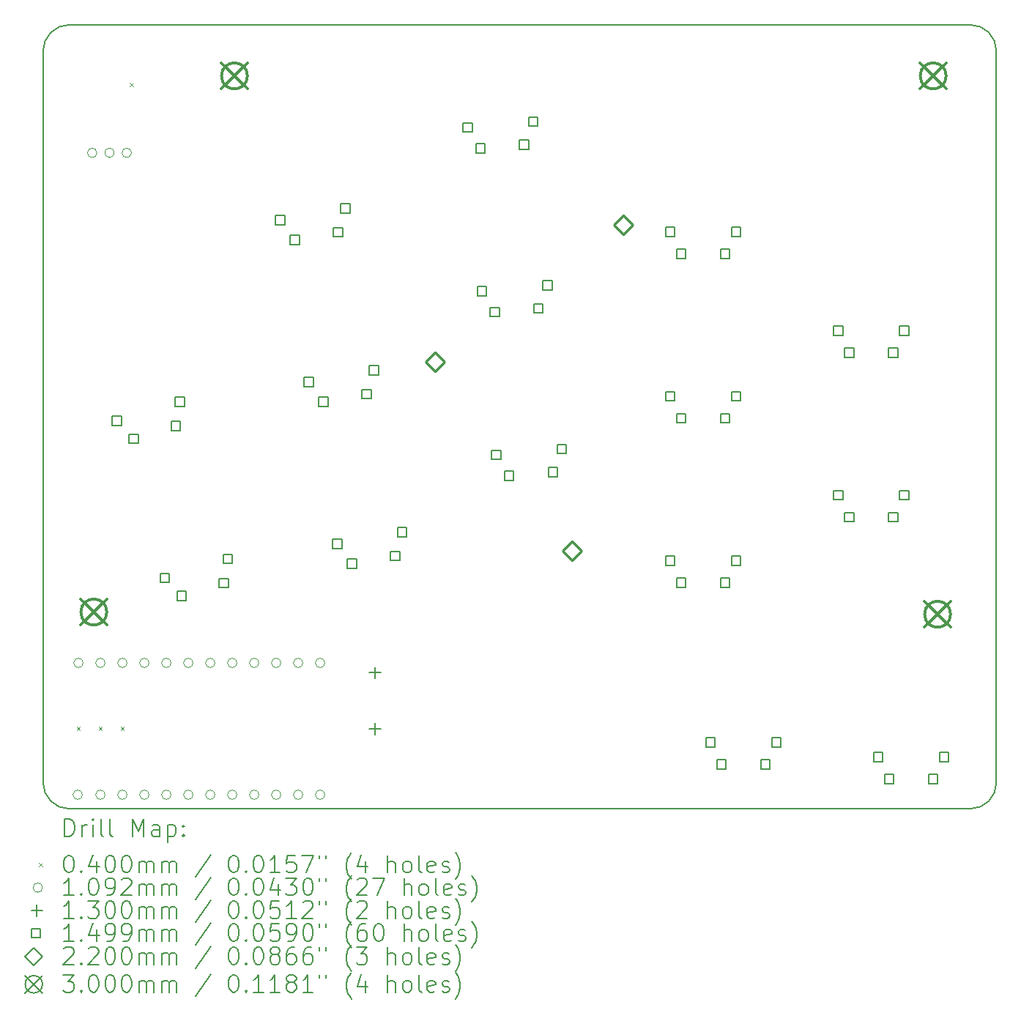
<source format=gbr>
%FSLAX45Y45*%
G04 Gerber Fmt 4.5, Leading zero omitted, Abs format (unit mm)*
G04 Created by KiCad (PCBNEW (6.0.4)) date 2022-09-04 01:56:34*
%MOMM*%
%LPD*%
G01*
G04 APERTURE LIST*
%TA.AperFunction,Profile*%
%ADD10C,0.150000*%
%TD*%
%ADD11C,0.200000*%
%ADD12C,0.040000*%
%ADD13C,0.109220*%
%ADD14C,0.130000*%
%ADD15C,0.149860*%
%ADD16C,0.220000*%
%ADD17C,0.300000*%
G04 APERTURE END LIST*
D10*
X19780321Y-14719637D02*
X30199060Y-14719637D01*
X19480323Y-14419637D02*
G75*
G03*
X19780321Y-14719637I299997J-3D01*
G01*
X19780321Y-5658142D02*
X30199060Y-5658142D01*
X30199060Y-14719630D02*
G75*
G03*
X30499060Y-14419637I10J299990D01*
G01*
X19480321Y-14419637D02*
X19480321Y-5958142D01*
X30499060Y-14419637D02*
X30499060Y-5958142D01*
X30499058Y-5958142D02*
G75*
G03*
X30199060Y-5658142I-299998J2D01*
G01*
X19780321Y-5658141D02*
G75*
G03*
X19480321Y-5958142I-1J-299999D01*
G01*
D11*
D12*
X19868200Y-13772200D02*
X19908200Y-13812200D01*
X19908200Y-13772200D02*
X19868200Y-13812200D01*
X20122200Y-13772200D02*
X20162200Y-13812200D01*
X20162200Y-13772200D02*
X20122200Y-13812200D01*
X20376200Y-13772200D02*
X20416200Y-13812200D01*
X20416200Y-13772200D02*
X20376200Y-13812200D01*
X20480264Y-6329371D02*
X20520264Y-6369371D01*
X20520264Y-6329371D02*
X20480264Y-6369371D01*
D13*
X19934435Y-14557400D02*
G75*
G03*
X19934435Y-14557400I-54610J0D01*
G01*
X19942810Y-13033400D02*
G75*
G03*
X19942810Y-13033400I-54610J0D01*
G01*
X20101610Y-7137400D02*
G75*
G03*
X20101610Y-7137400I-54610J0D01*
G01*
X20196810Y-13033400D02*
G75*
G03*
X20196810Y-13033400I-54610J0D01*
G01*
X20196810Y-14557400D02*
G75*
G03*
X20196810Y-14557400I-54610J0D01*
G01*
X20301610Y-7137400D02*
G75*
G03*
X20301610Y-7137400I-54610J0D01*
G01*
X20450810Y-13033400D02*
G75*
G03*
X20450810Y-13033400I-54610J0D01*
G01*
X20450810Y-14557400D02*
G75*
G03*
X20450810Y-14557400I-54610J0D01*
G01*
X20501610Y-7137400D02*
G75*
G03*
X20501610Y-7137400I-54610J0D01*
G01*
X20704810Y-13033400D02*
G75*
G03*
X20704810Y-13033400I-54610J0D01*
G01*
X20704810Y-14557400D02*
G75*
G03*
X20704810Y-14557400I-54610J0D01*
G01*
X20958810Y-13033400D02*
G75*
G03*
X20958810Y-13033400I-54610J0D01*
G01*
X20958810Y-14557400D02*
G75*
G03*
X20958810Y-14557400I-54610J0D01*
G01*
X21212810Y-13033400D02*
G75*
G03*
X21212810Y-13033400I-54610J0D01*
G01*
X21212810Y-14557400D02*
G75*
G03*
X21212810Y-14557400I-54610J0D01*
G01*
X21466810Y-13033400D02*
G75*
G03*
X21466810Y-13033400I-54610J0D01*
G01*
X21466810Y-14557400D02*
G75*
G03*
X21466810Y-14557400I-54610J0D01*
G01*
X21720810Y-13033400D02*
G75*
G03*
X21720810Y-13033400I-54610J0D01*
G01*
X21720810Y-14557400D02*
G75*
G03*
X21720810Y-14557400I-54610J0D01*
G01*
X21974810Y-13033400D02*
G75*
G03*
X21974810Y-13033400I-54610J0D01*
G01*
X21974810Y-14557400D02*
G75*
G03*
X21974810Y-14557400I-54610J0D01*
G01*
X22228810Y-13033400D02*
G75*
G03*
X22228810Y-13033400I-54610J0D01*
G01*
X22228810Y-14557400D02*
G75*
G03*
X22228810Y-14557400I-54610J0D01*
G01*
X22482810Y-13033400D02*
G75*
G03*
X22482810Y-13033400I-54610J0D01*
G01*
X22482810Y-14557400D02*
G75*
G03*
X22482810Y-14557400I-54610J0D01*
G01*
X22736810Y-13033400D02*
G75*
G03*
X22736810Y-13033400I-54610J0D01*
G01*
X22736810Y-14557400D02*
G75*
G03*
X22736810Y-14557400I-54610J0D01*
G01*
D14*
X23317200Y-13080400D02*
X23317200Y-13210400D01*
X23252200Y-13145400D02*
X23382200Y-13145400D01*
X23317200Y-13730400D02*
X23317200Y-13860400D01*
X23252200Y-13795400D02*
X23382200Y-13795400D01*
D15*
X20384007Y-10289184D02*
X20384007Y-10183216D01*
X20278039Y-10183216D01*
X20278039Y-10289184D01*
X20384007Y-10289184D01*
X20579720Y-10494954D02*
X20579720Y-10388986D01*
X20473752Y-10388986D01*
X20473752Y-10494954D01*
X20579720Y-10494954D01*
X20939513Y-12106163D02*
X20939513Y-12000195D01*
X20833545Y-12000195D01*
X20833545Y-12106163D01*
X20939513Y-12106163D01*
X21065523Y-10346429D02*
X21065523Y-10240461D01*
X20959555Y-10240461D01*
X20959555Y-10346429D01*
X21065523Y-10346429D01*
X21112711Y-10066397D02*
X21112711Y-9960429D01*
X21006743Y-9960429D01*
X21006743Y-10066397D01*
X21112711Y-10066397D01*
X21135226Y-12311933D02*
X21135226Y-12205965D01*
X21029258Y-12205965D01*
X21029258Y-12311933D01*
X21135226Y-12311933D01*
X21621029Y-12163408D02*
X21621029Y-12057440D01*
X21515061Y-12057440D01*
X21515061Y-12163408D01*
X21621029Y-12163408D01*
X21668217Y-11883376D02*
X21668217Y-11777408D01*
X21562249Y-11777408D01*
X21562249Y-11883376D01*
X21668217Y-11883376D01*
X22274590Y-7967000D02*
X22274590Y-7861032D01*
X22168622Y-7861032D01*
X22168622Y-7967000D01*
X22274590Y-7967000D01*
X22443767Y-8195088D02*
X22443767Y-8089120D01*
X22337799Y-8089120D01*
X22337799Y-8195088D01*
X22443767Y-8195088D01*
X22604521Y-9838135D02*
X22604521Y-9732167D01*
X22498553Y-9732167D01*
X22498553Y-9838135D01*
X22604521Y-9838135D01*
X22773698Y-10066223D02*
X22773698Y-9960255D01*
X22667730Y-9960255D01*
X22667730Y-10066223D01*
X22773698Y-10066223D01*
X22934453Y-11709269D02*
X22934453Y-11603301D01*
X22828485Y-11603301D01*
X22828485Y-11709269D01*
X22934453Y-11709269D01*
X22944049Y-8106875D02*
X22944049Y-8000907D01*
X22838081Y-8000907D01*
X22838081Y-8106875D01*
X22944049Y-8106875D01*
X23025013Y-7834680D02*
X23025013Y-7728712D01*
X22919045Y-7728712D01*
X22919045Y-7834680D01*
X23025013Y-7834680D01*
X23103630Y-11937357D02*
X23103630Y-11831389D01*
X22997662Y-11831389D01*
X22997662Y-11937357D01*
X23103630Y-11937357D01*
X23273980Y-9978009D02*
X23273980Y-9872041D01*
X23168012Y-9872041D01*
X23168012Y-9978009D01*
X23273980Y-9978009D01*
X23354944Y-9705815D02*
X23354944Y-9599847D01*
X23248976Y-9599847D01*
X23248976Y-9705815D01*
X23354944Y-9705815D01*
X23603912Y-11849144D02*
X23603912Y-11743176D01*
X23497944Y-11743176D01*
X23497944Y-11849144D01*
X23603912Y-11849144D01*
X23684876Y-11576950D02*
X23684876Y-11470982D01*
X23578908Y-11470982D01*
X23578908Y-11576950D01*
X23684876Y-11576950D01*
X24439058Y-6897026D02*
X24439058Y-6791058D01*
X24333090Y-6791058D01*
X24333090Y-6897026D01*
X24439058Y-6897026D01*
X24587712Y-7138990D02*
X24587712Y-7033022D01*
X24481744Y-7033022D01*
X24481744Y-7138990D01*
X24587712Y-7138990D01*
X24604654Y-8789796D02*
X24604654Y-8683828D01*
X24498686Y-8683828D01*
X24498686Y-8789796D01*
X24604654Y-8789796D01*
X24753308Y-9031760D02*
X24753308Y-8925792D01*
X24647340Y-8925792D01*
X24647340Y-9031760D01*
X24753308Y-9031760D01*
X24770250Y-10682565D02*
X24770250Y-10576597D01*
X24664282Y-10576597D01*
X24664282Y-10682565D01*
X24770250Y-10682565D01*
X24918904Y-10924530D02*
X24918904Y-10818562D01*
X24812936Y-10818562D01*
X24812936Y-10924530D01*
X24918904Y-10924530D01*
X25093779Y-7094715D02*
X25093779Y-6988747D01*
X24987811Y-6988747D01*
X24987811Y-7094715D01*
X25093779Y-7094715D01*
X25198158Y-6830613D02*
X25198158Y-6724645D01*
X25092190Y-6724645D01*
X25092190Y-6830613D01*
X25198158Y-6830613D01*
X25259375Y-8987485D02*
X25259375Y-8881517D01*
X25153407Y-8881517D01*
X25153407Y-8987485D01*
X25259375Y-8987485D01*
X25363754Y-8723383D02*
X25363754Y-8617415D01*
X25257786Y-8617415D01*
X25257786Y-8723383D01*
X25363754Y-8723383D01*
X25424971Y-10880255D02*
X25424971Y-10774287D01*
X25319003Y-10774287D01*
X25319003Y-10880255D01*
X25424971Y-10880255D01*
X25529350Y-10616153D02*
X25529350Y-10510185D01*
X25423382Y-10510185D01*
X25423382Y-10616153D01*
X25529350Y-10616153D01*
X26783544Y-8105621D02*
X26783544Y-7999653D01*
X26677576Y-7999653D01*
X26677576Y-8105621D01*
X26783544Y-8105621D01*
X26783544Y-10005621D02*
X26783544Y-9899653D01*
X26677576Y-9899653D01*
X26677576Y-10005621D01*
X26783544Y-10005621D01*
X26783544Y-11905621D02*
X26783544Y-11799653D01*
X26677576Y-11799653D01*
X26677576Y-11905621D01*
X26783544Y-11905621D01*
X26910544Y-8359621D02*
X26910544Y-8253653D01*
X26804576Y-8253653D01*
X26804576Y-8359621D01*
X26910544Y-8359621D01*
X26910544Y-10259621D02*
X26910544Y-10153653D01*
X26804576Y-10153653D01*
X26804576Y-10259621D01*
X26910544Y-10259621D01*
X26910544Y-12159621D02*
X26910544Y-12053653D01*
X26804576Y-12053653D01*
X26804576Y-12159621D01*
X26910544Y-12159621D01*
X27246044Y-14005621D02*
X27246044Y-13899653D01*
X27140076Y-13899653D01*
X27140076Y-14005621D01*
X27246044Y-14005621D01*
X27373044Y-14259621D02*
X27373044Y-14153653D01*
X27267076Y-14153653D01*
X27267076Y-14259621D01*
X27373044Y-14259621D01*
X27418544Y-8359621D02*
X27418544Y-8253653D01*
X27312576Y-8253653D01*
X27312576Y-8359621D01*
X27418544Y-8359621D01*
X27418544Y-10259621D02*
X27418544Y-10153653D01*
X27312576Y-10153653D01*
X27312576Y-10259621D01*
X27418544Y-10259621D01*
X27418544Y-12159621D02*
X27418544Y-12053653D01*
X27312576Y-12053653D01*
X27312576Y-12159621D01*
X27418544Y-12159621D01*
X27545544Y-8105621D02*
X27545544Y-7999653D01*
X27439576Y-7999653D01*
X27439576Y-8105621D01*
X27545544Y-8105621D01*
X27545544Y-10005621D02*
X27545544Y-9899653D01*
X27439576Y-9899653D01*
X27439576Y-10005621D01*
X27545544Y-10005621D01*
X27545544Y-11905621D02*
X27545544Y-11799653D01*
X27439576Y-11799653D01*
X27439576Y-11905621D01*
X27545544Y-11905621D01*
X27881044Y-14259621D02*
X27881044Y-14153653D01*
X27775076Y-14153653D01*
X27775076Y-14259621D01*
X27881044Y-14259621D01*
X28008044Y-14005621D02*
X28008044Y-13899653D01*
X27902076Y-13899653D01*
X27902076Y-14005621D01*
X28008044Y-14005621D01*
X28723544Y-9245621D02*
X28723544Y-9139653D01*
X28617576Y-9139653D01*
X28617576Y-9245621D01*
X28723544Y-9245621D01*
X28723544Y-11145621D02*
X28723544Y-11039653D01*
X28617576Y-11039653D01*
X28617576Y-11145621D01*
X28723544Y-11145621D01*
X28850544Y-9499621D02*
X28850544Y-9393653D01*
X28744576Y-9393653D01*
X28744576Y-9499621D01*
X28850544Y-9499621D01*
X28850544Y-11399621D02*
X28850544Y-11293653D01*
X28744576Y-11293653D01*
X28744576Y-11399621D01*
X28850544Y-11399621D01*
X29186044Y-14176621D02*
X29186044Y-14070653D01*
X29080076Y-14070653D01*
X29080076Y-14176621D01*
X29186044Y-14176621D01*
X29313044Y-14430621D02*
X29313044Y-14324653D01*
X29207076Y-14324653D01*
X29207076Y-14430621D01*
X29313044Y-14430621D01*
X29358544Y-9499621D02*
X29358544Y-9393653D01*
X29252576Y-9393653D01*
X29252576Y-9499621D01*
X29358544Y-9499621D01*
X29358544Y-11399621D02*
X29358544Y-11293653D01*
X29252576Y-11293653D01*
X29252576Y-11399621D01*
X29358544Y-11399621D01*
X29485544Y-9245621D02*
X29485544Y-9139653D01*
X29379576Y-9139653D01*
X29379576Y-9245621D01*
X29485544Y-9245621D01*
X29485544Y-11145621D02*
X29485544Y-11039653D01*
X29379576Y-11039653D01*
X29379576Y-11145621D01*
X29485544Y-11145621D01*
X29821044Y-14430621D02*
X29821044Y-14324653D01*
X29715076Y-14324653D01*
X29715076Y-14430621D01*
X29821044Y-14430621D01*
X29948044Y-14176621D02*
X29948044Y-14070653D01*
X29842076Y-14070653D01*
X29842076Y-14176621D01*
X29948044Y-14176621D01*
D16*
X24007846Y-9665246D02*
X24117846Y-9555246D01*
X24007846Y-9445246D01*
X23897846Y-9555246D01*
X24007846Y-9665246D01*
X25591385Y-11844800D02*
X25701385Y-11734800D01*
X25591385Y-11624800D01*
X25481385Y-11734800D01*
X25591385Y-11844800D01*
X26187400Y-8081707D02*
X26297400Y-7971707D01*
X26187400Y-7861707D01*
X26077400Y-7971707D01*
X26187400Y-8081707D01*
D17*
X19916000Y-12296000D02*
X20216000Y-12596000D01*
X20216000Y-12296000D02*
X19916000Y-12596000D01*
X20216000Y-12446000D02*
G75*
G03*
X20216000Y-12446000I-150000J0D01*
G01*
X21541600Y-6098400D02*
X21841600Y-6398400D01*
X21841600Y-6098400D02*
X21541600Y-6398400D01*
X21841600Y-6248400D02*
G75*
G03*
X21841600Y-6248400I-150000J0D01*
G01*
X29618800Y-6098400D02*
X29918800Y-6398400D01*
X29918800Y-6098400D02*
X29618800Y-6398400D01*
X29918800Y-6248400D02*
G75*
G03*
X29918800Y-6248400I-150000J0D01*
G01*
X29669600Y-12321400D02*
X29969600Y-12621400D01*
X29969600Y-12321400D02*
X29669600Y-12621400D01*
X29969600Y-12471400D02*
G75*
G03*
X29969600Y-12471400I-150000J0D01*
G01*
D11*
X19730440Y-15037613D02*
X19730440Y-14837613D01*
X19778059Y-14837613D01*
X19806630Y-14847137D01*
X19825678Y-14866184D01*
X19835202Y-14885232D01*
X19844726Y-14923327D01*
X19844726Y-14951899D01*
X19835202Y-14989994D01*
X19825678Y-15009041D01*
X19806630Y-15028089D01*
X19778059Y-15037613D01*
X19730440Y-15037613D01*
X19930440Y-15037613D02*
X19930440Y-14904279D01*
X19930440Y-14942375D02*
X19939964Y-14923327D01*
X19949488Y-14913803D01*
X19968535Y-14904279D01*
X19987583Y-14904279D01*
X20054249Y-15037613D02*
X20054249Y-14904279D01*
X20054249Y-14837613D02*
X20044726Y-14847137D01*
X20054249Y-14856660D01*
X20063773Y-14847137D01*
X20054249Y-14837613D01*
X20054249Y-14856660D01*
X20178059Y-15037613D02*
X20159011Y-15028089D01*
X20149488Y-15009041D01*
X20149488Y-14837613D01*
X20282821Y-15037613D02*
X20263773Y-15028089D01*
X20254249Y-15009041D01*
X20254249Y-14837613D01*
X20511392Y-15037613D02*
X20511392Y-14837613D01*
X20578059Y-14980470D01*
X20644726Y-14837613D01*
X20644726Y-15037613D01*
X20825678Y-15037613D02*
X20825678Y-14932851D01*
X20816154Y-14913803D01*
X20797107Y-14904279D01*
X20759011Y-14904279D01*
X20739964Y-14913803D01*
X20825678Y-15028089D02*
X20806630Y-15037613D01*
X20759011Y-15037613D01*
X20739964Y-15028089D01*
X20730440Y-15009041D01*
X20730440Y-14989994D01*
X20739964Y-14970946D01*
X20759011Y-14961422D01*
X20806630Y-14961422D01*
X20825678Y-14951899D01*
X20920916Y-14904279D02*
X20920916Y-15104279D01*
X20920916Y-14913803D02*
X20939964Y-14904279D01*
X20978059Y-14904279D01*
X20997107Y-14913803D01*
X21006630Y-14923327D01*
X21016154Y-14942375D01*
X21016154Y-14999518D01*
X21006630Y-15018565D01*
X20997107Y-15028089D01*
X20978059Y-15037613D01*
X20939964Y-15037613D01*
X20920916Y-15028089D01*
X21101869Y-15018565D02*
X21111392Y-15028089D01*
X21101869Y-15037613D01*
X21092345Y-15028089D01*
X21101869Y-15018565D01*
X21101869Y-15037613D01*
X21101869Y-14913803D02*
X21111392Y-14923327D01*
X21101869Y-14932851D01*
X21092345Y-14923327D01*
X21101869Y-14913803D01*
X21101869Y-14932851D01*
D12*
X19432821Y-15347137D02*
X19472821Y-15387137D01*
X19472821Y-15347137D02*
X19432821Y-15387137D01*
D11*
X19768535Y-15257613D02*
X19787583Y-15257613D01*
X19806630Y-15267137D01*
X19816154Y-15276660D01*
X19825678Y-15295708D01*
X19835202Y-15333803D01*
X19835202Y-15381422D01*
X19825678Y-15419518D01*
X19816154Y-15438565D01*
X19806630Y-15448089D01*
X19787583Y-15457613D01*
X19768535Y-15457613D01*
X19749488Y-15448089D01*
X19739964Y-15438565D01*
X19730440Y-15419518D01*
X19720916Y-15381422D01*
X19720916Y-15333803D01*
X19730440Y-15295708D01*
X19739964Y-15276660D01*
X19749488Y-15267137D01*
X19768535Y-15257613D01*
X19920916Y-15438565D02*
X19930440Y-15448089D01*
X19920916Y-15457613D01*
X19911392Y-15448089D01*
X19920916Y-15438565D01*
X19920916Y-15457613D01*
X20101869Y-15324279D02*
X20101869Y-15457613D01*
X20054249Y-15248089D02*
X20006630Y-15390946D01*
X20130440Y-15390946D01*
X20244726Y-15257613D02*
X20263773Y-15257613D01*
X20282821Y-15267137D01*
X20292345Y-15276660D01*
X20301869Y-15295708D01*
X20311392Y-15333803D01*
X20311392Y-15381422D01*
X20301869Y-15419518D01*
X20292345Y-15438565D01*
X20282821Y-15448089D01*
X20263773Y-15457613D01*
X20244726Y-15457613D01*
X20225678Y-15448089D01*
X20216154Y-15438565D01*
X20206630Y-15419518D01*
X20197107Y-15381422D01*
X20197107Y-15333803D01*
X20206630Y-15295708D01*
X20216154Y-15276660D01*
X20225678Y-15267137D01*
X20244726Y-15257613D01*
X20435202Y-15257613D02*
X20454249Y-15257613D01*
X20473297Y-15267137D01*
X20482821Y-15276660D01*
X20492345Y-15295708D01*
X20501869Y-15333803D01*
X20501869Y-15381422D01*
X20492345Y-15419518D01*
X20482821Y-15438565D01*
X20473297Y-15448089D01*
X20454249Y-15457613D01*
X20435202Y-15457613D01*
X20416154Y-15448089D01*
X20406630Y-15438565D01*
X20397107Y-15419518D01*
X20387583Y-15381422D01*
X20387583Y-15333803D01*
X20397107Y-15295708D01*
X20406630Y-15276660D01*
X20416154Y-15267137D01*
X20435202Y-15257613D01*
X20587583Y-15457613D02*
X20587583Y-15324279D01*
X20587583Y-15343327D02*
X20597107Y-15333803D01*
X20616154Y-15324279D01*
X20644726Y-15324279D01*
X20663773Y-15333803D01*
X20673297Y-15352851D01*
X20673297Y-15457613D01*
X20673297Y-15352851D02*
X20682821Y-15333803D01*
X20701869Y-15324279D01*
X20730440Y-15324279D01*
X20749488Y-15333803D01*
X20759011Y-15352851D01*
X20759011Y-15457613D01*
X20854249Y-15457613D02*
X20854249Y-15324279D01*
X20854249Y-15343327D02*
X20863773Y-15333803D01*
X20882821Y-15324279D01*
X20911392Y-15324279D01*
X20930440Y-15333803D01*
X20939964Y-15352851D01*
X20939964Y-15457613D01*
X20939964Y-15352851D02*
X20949488Y-15333803D01*
X20968535Y-15324279D01*
X20997107Y-15324279D01*
X21016154Y-15333803D01*
X21025678Y-15352851D01*
X21025678Y-15457613D01*
X21416154Y-15248089D02*
X21244726Y-15505232D01*
X21673297Y-15257613D02*
X21692345Y-15257613D01*
X21711392Y-15267137D01*
X21720916Y-15276660D01*
X21730440Y-15295708D01*
X21739964Y-15333803D01*
X21739964Y-15381422D01*
X21730440Y-15419518D01*
X21720916Y-15438565D01*
X21711392Y-15448089D01*
X21692345Y-15457613D01*
X21673297Y-15457613D01*
X21654249Y-15448089D01*
X21644726Y-15438565D01*
X21635202Y-15419518D01*
X21625678Y-15381422D01*
X21625678Y-15333803D01*
X21635202Y-15295708D01*
X21644726Y-15276660D01*
X21654249Y-15267137D01*
X21673297Y-15257613D01*
X21825678Y-15438565D02*
X21835202Y-15448089D01*
X21825678Y-15457613D01*
X21816154Y-15448089D01*
X21825678Y-15438565D01*
X21825678Y-15457613D01*
X21959011Y-15257613D02*
X21978059Y-15257613D01*
X21997107Y-15267137D01*
X22006630Y-15276660D01*
X22016154Y-15295708D01*
X22025678Y-15333803D01*
X22025678Y-15381422D01*
X22016154Y-15419518D01*
X22006630Y-15438565D01*
X21997107Y-15448089D01*
X21978059Y-15457613D01*
X21959011Y-15457613D01*
X21939964Y-15448089D01*
X21930440Y-15438565D01*
X21920916Y-15419518D01*
X21911392Y-15381422D01*
X21911392Y-15333803D01*
X21920916Y-15295708D01*
X21930440Y-15276660D01*
X21939964Y-15267137D01*
X21959011Y-15257613D01*
X22216154Y-15457613D02*
X22101869Y-15457613D01*
X22159011Y-15457613D02*
X22159011Y-15257613D01*
X22139964Y-15286184D01*
X22120916Y-15305232D01*
X22101869Y-15314756D01*
X22397107Y-15257613D02*
X22301869Y-15257613D01*
X22292345Y-15352851D01*
X22301869Y-15343327D01*
X22320916Y-15333803D01*
X22368535Y-15333803D01*
X22387583Y-15343327D01*
X22397107Y-15352851D01*
X22406630Y-15371899D01*
X22406630Y-15419518D01*
X22397107Y-15438565D01*
X22387583Y-15448089D01*
X22368535Y-15457613D01*
X22320916Y-15457613D01*
X22301869Y-15448089D01*
X22292345Y-15438565D01*
X22473297Y-15257613D02*
X22606630Y-15257613D01*
X22520916Y-15457613D01*
X22673297Y-15257613D02*
X22673297Y-15295708D01*
X22749487Y-15257613D02*
X22749487Y-15295708D01*
X23044726Y-15533803D02*
X23035202Y-15524279D01*
X23016154Y-15495708D01*
X23006630Y-15476660D01*
X22997107Y-15448089D01*
X22987583Y-15400470D01*
X22987583Y-15362375D01*
X22997107Y-15314756D01*
X23006630Y-15286184D01*
X23016154Y-15267137D01*
X23035202Y-15238565D01*
X23044726Y-15229041D01*
X23206630Y-15324279D02*
X23206630Y-15457613D01*
X23159011Y-15248089D02*
X23111392Y-15390946D01*
X23235202Y-15390946D01*
X23463773Y-15457613D02*
X23463773Y-15257613D01*
X23549487Y-15457613D02*
X23549487Y-15352851D01*
X23539964Y-15333803D01*
X23520916Y-15324279D01*
X23492345Y-15324279D01*
X23473297Y-15333803D01*
X23463773Y-15343327D01*
X23673297Y-15457613D02*
X23654249Y-15448089D01*
X23644726Y-15438565D01*
X23635202Y-15419518D01*
X23635202Y-15362375D01*
X23644726Y-15343327D01*
X23654249Y-15333803D01*
X23673297Y-15324279D01*
X23701868Y-15324279D01*
X23720916Y-15333803D01*
X23730440Y-15343327D01*
X23739964Y-15362375D01*
X23739964Y-15419518D01*
X23730440Y-15438565D01*
X23720916Y-15448089D01*
X23701868Y-15457613D01*
X23673297Y-15457613D01*
X23854249Y-15457613D02*
X23835202Y-15448089D01*
X23825678Y-15429041D01*
X23825678Y-15257613D01*
X24006630Y-15448089D02*
X23987583Y-15457613D01*
X23949487Y-15457613D01*
X23930440Y-15448089D01*
X23920916Y-15429041D01*
X23920916Y-15352851D01*
X23930440Y-15333803D01*
X23949487Y-15324279D01*
X23987583Y-15324279D01*
X24006630Y-15333803D01*
X24016154Y-15352851D01*
X24016154Y-15371899D01*
X23920916Y-15390946D01*
X24092345Y-15448089D02*
X24111392Y-15457613D01*
X24149487Y-15457613D01*
X24168535Y-15448089D01*
X24178059Y-15429041D01*
X24178059Y-15419518D01*
X24168535Y-15400470D01*
X24149487Y-15390946D01*
X24120916Y-15390946D01*
X24101868Y-15381422D01*
X24092345Y-15362375D01*
X24092345Y-15352851D01*
X24101868Y-15333803D01*
X24120916Y-15324279D01*
X24149487Y-15324279D01*
X24168535Y-15333803D01*
X24244726Y-15533803D02*
X24254249Y-15524279D01*
X24273297Y-15495708D01*
X24282821Y-15476660D01*
X24292345Y-15448089D01*
X24301868Y-15400470D01*
X24301868Y-15362375D01*
X24292345Y-15314756D01*
X24282821Y-15286184D01*
X24273297Y-15267137D01*
X24254249Y-15238565D01*
X24244726Y-15229041D01*
D13*
X19472821Y-15631137D02*
G75*
G03*
X19472821Y-15631137I-54610J0D01*
G01*
D11*
X19835202Y-15721613D02*
X19720916Y-15721613D01*
X19778059Y-15721613D02*
X19778059Y-15521613D01*
X19759011Y-15550184D01*
X19739964Y-15569232D01*
X19720916Y-15578756D01*
X19920916Y-15702565D02*
X19930440Y-15712089D01*
X19920916Y-15721613D01*
X19911392Y-15712089D01*
X19920916Y-15702565D01*
X19920916Y-15721613D01*
X20054249Y-15521613D02*
X20073297Y-15521613D01*
X20092345Y-15531137D01*
X20101869Y-15540660D01*
X20111392Y-15559708D01*
X20120916Y-15597803D01*
X20120916Y-15645422D01*
X20111392Y-15683518D01*
X20101869Y-15702565D01*
X20092345Y-15712089D01*
X20073297Y-15721613D01*
X20054249Y-15721613D01*
X20035202Y-15712089D01*
X20025678Y-15702565D01*
X20016154Y-15683518D01*
X20006630Y-15645422D01*
X20006630Y-15597803D01*
X20016154Y-15559708D01*
X20025678Y-15540660D01*
X20035202Y-15531137D01*
X20054249Y-15521613D01*
X20216154Y-15721613D02*
X20254249Y-15721613D01*
X20273297Y-15712089D01*
X20282821Y-15702565D01*
X20301869Y-15673994D01*
X20311392Y-15635899D01*
X20311392Y-15559708D01*
X20301869Y-15540660D01*
X20292345Y-15531137D01*
X20273297Y-15521613D01*
X20235202Y-15521613D01*
X20216154Y-15531137D01*
X20206630Y-15540660D01*
X20197107Y-15559708D01*
X20197107Y-15607327D01*
X20206630Y-15626375D01*
X20216154Y-15635899D01*
X20235202Y-15645422D01*
X20273297Y-15645422D01*
X20292345Y-15635899D01*
X20301869Y-15626375D01*
X20311392Y-15607327D01*
X20387583Y-15540660D02*
X20397107Y-15531137D01*
X20416154Y-15521613D01*
X20463773Y-15521613D01*
X20482821Y-15531137D01*
X20492345Y-15540660D01*
X20501869Y-15559708D01*
X20501869Y-15578756D01*
X20492345Y-15607327D01*
X20378059Y-15721613D01*
X20501869Y-15721613D01*
X20587583Y-15721613D02*
X20587583Y-15588279D01*
X20587583Y-15607327D02*
X20597107Y-15597803D01*
X20616154Y-15588279D01*
X20644726Y-15588279D01*
X20663773Y-15597803D01*
X20673297Y-15616851D01*
X20673297Y-15721613D01*
X20673297Y-15616851D02*
X20682821Y-15597803D01*
X20701869Y-15588279D01*
X20730440Y-15588279D01*
X20749488Y-15597803D01*
X20759011Y-15616851D01*
X20759011Y-15721613D01*
X20854249Y-15721613D02*
X20854249Y-15588279D01*
X20854249Y-15607327D02*
X20863773Y-15597803D01*
X20882821Y-15588279D01*
X20911392Y-15588279D01*
X20930440Y-15597803D01*
X20939964Y-15616851D01*
X20939964Y-15721613D01*
X20939964Y-15616851D02*
X20949488Y-15597803D01*
X20968535Y-15588279D01*
X20997107Y-15588279D01*
X21016154Y-15597803D01*
X21025678Y-15616851D01*
X21025678Y-15721613D01*
X21416154Y-15512089D02*
X21244726Y-15769232D01*
X21673297Y-15521613D02*
X21692345Y-15521613D01*
X21711392Y-15531137D01*
X21720916Y-15540660D01*
X21730440Y-15559708D01*
X21739964Y-15597803D01*
X21739964Y-15645422D01*
X21730440Y-15683518D01*
X21720916Y-15702565D01*
X21711392Y-15712089D01*
X21692345Y-15721613D01*
X21673297Y-15721613D01*
X21654249Y-15712089D01*
X21644726Y-15702565D01*
X21635202Y-15683518D01*
X21625678Y-15645422D01*
X21625678Y-15597803D01*
X21635202Y-15559708D01*
X21644726Y-15540660D01*
X21654249Y-15531137D01*
X21673297Y-15521613D01*
X21825678Y-15702565D02*
X21835202Y-15712089D01*
X21825678Y-15721613D01*
X21816154Y-15712089D01*
X21825678Y-15702565D01*
X21825678Y-15721613D01*
X21959011Y-15521613D02*
X21978059Y-15521613D01*
X21997107Y-15531137D01*
X22006630Y-15540660D01*
X22016154Y-15559708D01*
X22025678Y-15597803D01*
X22025678Y-15645422D01*
X22016154Y-15683518D01*
X22006630Y-15702565D01*
X21997107Y-15712089D01*
X21978059Y-15721613D01*
X21959011Y-15721613D01*
X21939964Y-15712089D01*
X21930440Y-15702565D01*
X21920916Y-15683518D01*
X21911392Y-15645422D01*
X21911392Y-15597803D01*
X21920916Y-15559708D01*
X21930440Y-15540660D01*
X21939964Y-15531137D01*
X21959011Y-15521613D01*
X22197107Y-15588279D02*
X22197107Y-15721613D01*
X22149488Y-15512089D02*
X22101869Y-15654946D01*
X22225678Y-15654946D01*
X22282821Y-15521613D02*
X22406630Y-15521613D01*
X22339964Y-15597803D01*
X22368535Y-15597803D01*
X22387583Y-15607327D01*
X22397107Y-15616851D01*
X22406630Y-15635899D01*
X22406630Y-15683518D01*
X22397107Y-15702565D01*
X22387583Y-15712089D01*
X22368535Y-15721613D01*
X22311392Y-15721613D01*
X22292345Y-15712089D01*
X22282821Y-15702565D01*
X22530440Y-15521613D02*
X22549487Y-15521613D01*
X22568535Y-15531137D01*
X22578059Y-15540660D01*
X22587583Y-15559708D01*
X22597107Y-15597803D01*
X22597107Y-15645422D01*
X22587583Y-15683518D01*
X22578059Y-15702565D01*
X22568535Y-15712089D01*
X22549487Y-15721613D01*
X22530440Y-15721613D01*
X22511392Y-15712089D01*
X22501868Y-15702565D01*
X22492345Y-15683518D01*
X22482821Y-15645422D01*
X22482821Y-15597803D01*
X22492345Y-15559708D01*
X22501868Y-15540660D01*
X22511392Y-15531137D01*
X22530440Y-15521613D01*
X22673297Y-15521613D02*
X22673297Y-15559708D01*
X22749487Y-15521613D02*
X22749487Y-15559708D01*
X23044726Y-15797803D02*
X23035202Y-15788279D01*
X23016154Y-15759708D01*
X23006630Y-15740660D01*
X22997107Y-15712089D01*
X22987583Y-15664470D01*
X22987583Y-15626375D01*
X22997107Y-15578756D01*
X23006630Y-15550184D01*
X23016154Y-15531137D01*
X23035202Y-15502565D01*
X23044726Y-15493041D01*
X23111392Y-15540660D02*
X23120916Y-15531137D01*
X23139964Y-15521613D01*
X23187583Y-15521613D01*
X23206630Y-15531137D01*
X23216154Y-15540660D01*
X23225678Y-15559708D01*
X23225678Y-15578756D01*
X23216154Y-15607327D01*
X23101868Y-15721613D01*
X23225678Y-15721613D01*
X23292345Y-15521613D02*
X23425678Y-15521613D01*
X23339964Y-15721613D01*
X23654249Y-15721613D02*
X23654249Y-15521613D01*
X23739964Y-15721613D02*
X23739964Y-15616851D01*
X23730440Y-15597803D01*
X23711392Y-15588279D01*
X23682821Y-15588279D01*
X23663773Y-15597803D01*
X23654249Y-15607327D01*
X23863773Y-15721613D02*
X23844726Y-15712089D01*
X23835202Y-15702565D01*
X23825678Y-15683518D01*
X23825678Y-15626375D01*
X23835202Y-15607327D01*
X23844726Y-15597803D01*
X23863773Y-15588279D01*
X23892345Y-15588279D01*
X23911392Y-15597803D01*
X23920916Y-15607327D01*
X23930440Y-15626375D01*
X23930440Y-15683518D01*
X23920916Y-15702565D01*
X23911392Y-15712089D01*
X23892345Y-15721613D01*
X23863773Y-15721613D01*
X24044726Y-15721613D02*
X24025678Y-15712089D01*
X24016154Y-15693041D01*
X24016154Y-15521613D01*
X24197107Y-15712089D02*
X24178059Y-15721613D01*
X24139964Y-15721613D01*
X24120916Y-15712089D01*
X24111392Y-15693041D01*
X24111392Y-15616851D01*
X24120916Y-15597803D01*
X24139964Y-15588279D01*
X24178059Y-15588279D01*
X24197107Y-15597803D01*
X24206630Y-15616851D01*
X24206630Y-15635899D01*
X24111392Y-15654946D01*
X24282821Y-15712089D02*
X24301868Y-15721613D01*
X24339964Y-15721613D01*
X24359011Y-15712089D01*
X24368535Y-15693041D01*
X24368535Y-15683518D01*
X24359011Y-15664470D01*
X24339964Y-15654946D01*
X24311392Y-15654946D01*
X24292345Y-15645422D01*
X24282821Y-15626375D01*
X24282821Y-15616851D01*
X24292345Y-15597803D01*
X24311392Y-15588279D01*
X24339964Y-15588279D01*
X24359011Y-15597803D01*
X24435202Y-15797803D02*
X24444726Y-15788279D01*
X24463773Y-15759708D01*
X24473297Y-15740660D01*
X24482821Y-15712089D01*
X24492345Y-15664470D01*
X24492345Y-15626375D01*
X24482821Y-15578756D01*
X24473297Y-15550184D01*
X24463773Y-15531137D01*
X24444726Y-15502565D01*
X24435202Y-15493041D01*
D14*
X19407821Y-15830137D02*
X19407821Y-15960137D01*
X19342821Y-15895137D02*
X19472821Y-15895137D01*
D11*
X19835202Y-15985613D02*
X19720916Y-15985613D01*
X19778059Y-15985613D02*
X19778059Y-15785613D01*
X19759011Y-15814184D01*
X19739964Y-15833232D01*
X19720916Y-15842756D01*
X19920916Y-15966565D02*
X19930440Y-15976089D01*
X19920916Y-15985613D01*
X19911392Y-15976089D01*
X19920916Y-15966565D01*
X19920916Y-15985613D01*
X19997107Y-15785613D02*
X20120916Y-15785613D01*
X20054249Y-15861803D01*
X20082821Y-15861803D01*
X20101869Y-15871327D01*
X20111392Y-15880851D01*
X20120916Y-15899899D01*
X20120916Y-15947518D01*
X20111392Y-15966565D01*
X20101869Y-15976089D01*
X20082821Y-15985613D01*
X20025678Y-15985613D01*
X20006630Y-15976089D01*
X19997107Y-15966565D01*
X20244726Y-15785613D02*
X20263773Y-15785613D01*
X20282821Y-15795137D01*
X20292345Y-15804660D01*
X20301869Y-15823708D01*
X20311392Y-15861803D01*
X20311392Y-15909422D01*
X20301869Y-15947518D01*
X20292345Y-15966565D01*
X20282821Y-15976089D01*
X20263773Y-15985613D01*
X20244726Y-15985613D01*
X20225678Y-15976089D01*
X20216154Y-15966565D01*
X20206630Y-15947518D01*
X20197107Y-15909422D01*
X20197107Y-15861803D01*
X20206630Y-15823708D01*
X20216154Y-15804660D01*
X20225678Y-15795137D01*
X20244726Y-15785613D01*
X20435202Y-15785613D02*
X20454249Y-15785613D01*
X20473297Y-15795137D01*
X20482821Y-15804660D01*
X20492345Y-15823708D01*
X20501869Y-15861803D01*
X20501869Y-15909422D01*
X20492345Y-15947518D01*
X20482821Y-15966565D01*
X20473297Y-15976089D01*
X20454249Y-15985613D01*
X20435202Y-15985613D01*
X20416154Y-15976089D01*
X20406630Y-15966565D01*
X20397107Y-15947518D01*
X20387583Y-15909422D01*
X20387583Y-15861803D01*
X20397107Y-15823708D01*
X20406630Y-15804660D01*
X20416154Y-15795137D01*
X20435202Y-15785613D01*
X20587583Y-15985613D02*
X20587583Y-15852279D01*
X20587583Y-15871327D02*
X20597107Y-15861803D01*
X20616154Y-15852279D01*
X20644726Y-15852279D01*
X20663773Y-15861803D01*
X20673297Y-15880851D01*
X20673297Y-15985613D01*
X20673297Y-15880851D02*
X20682821Y-15861803D01*
X20701869Y-15852279D01*
X20730440Y-15852279D01*
X20749488Y-15861803D01*
X20759011Y-15880851D01*
X20759011Y-15985613D01*
X20854249Y-15985613D02*
X20854249Y-15852279D01*
X20854249Y-15871327D02*
X20863773Y-15861803D01*
X20882821Y-15852279D01*
X20911392Y-15852279D01*
X20930440Y-15861803D01*
X20939964Y-15880851D01*
X20939964Y-15985613D01*
X20939964Y-15880851D02*
X20949488Y-15861803D01*
X20968535Y-15852279D01*
X20997107Y-15852279D01*
X21016154Y-15861803D01*
X21025678Y-15880851D01*
X21025678Y-15985613D01*
X21416154Y-15776089D02*
X21244726Y-16033232D01*
X21673297Y-15785613D02*
X21692345Y-15785613D01*
X21711392Y-15795137D01*
X21720916Y-15804660D01*
X21730440Y-15823708D01*
X21739964Y-15861803D01*
X21739964Y-15909422D01*
X21730440Y-15947518D01*
X21720916Y-15966565D01*
X21711392Y-15976089D01*
X21692345Y-15985613D01*
X21673297Y-15985613D01*
X21654249Y-15976089D01*
X21644726Y-15966565D01*
X21635202Y-15947518D01*
X21625678Y-15909422D01*
X21625678Y-15861803D01*
X21635202Y-15823708D01*
X21644726Y-15804660D01*
X21654249Y-15795137D01*
X21673297Y-15785613D01*
X21825678Y-15966565D02*
X21835202Y-15976089D01*
X21825678Y-15985613D01*
X21816154Y-15976089D01*
X21825678Y-15966565D01*
X21825678Y-15985613D01*
X21959011Y-15785613D02*
X21978059Y-15785613D01*
X21997107Y-15795137D01*
X22006630Y-15804660D01*
X22016154Y-15823708D01*
X22025678Y-15861803D01*
X22025678Y-15909422D01*
X22016154Y-15947518D01*
X22006630Y-15966565D01*
X21997107Y-15976089D01*
X21978059Y-15985613D01*
X21959011Y-15985613D01*
X21939964Y-15976089D01*
X21930440Y-15966565D01*
X21920916Y-15947518D01*
X21911392Y-15909422D01*
X21911392Y-15861803D01*
X21920916Y-15823708D01*
X21930440Y-15804660D01*
X21939964Y-15795137D01*
X21959011Y-15785613D01*
X22206630Y-15785613D02*
X22111392Y-15785613D01*
X22101869Y-15880851D01*
X22111392Y-15871327D01*
X22130440Y-15861803D01*
X22178059Y-15861803D01*
X22197107Y-15871327D01*
X22206630Y-15880851D01*
X22216154Y-15899899D01*
X22216154Y-15947518D01*
X22206630Y-15966565D01*
X22197107Y-15976089D01*
X22178059Y-15985613D01*
X22130440Y-15985613D01*
X22111392Y-15976089D01*
X22101869Y-15966565D01*
X22406630Y-15985613D02*
X22292345Y-15985613D01*
X22349488Y-15985613D02*
X22349488Y-15785613D01*
X22330440Y-15814184D01*
X22311392Y-15833232D01*
X22292345Y-15842756D01*
X22482821Y-15804660D02*
X22492345Y-15795137D01*
X22511392Y-15785613D01*
X22559011Y-15785613D01*
X22578059Y-15795137D01*
X22587583Y-15804660D01*
X22597107Y-15823708D01*
X22597107Y-15842756D01*
X22587583Y-15871327D01*
X22473297Y-15985613D01*
X22597107Y-15985613D01*
X22673297Y-15785613D02*
X22673297Y-15823708D01*
X22749487Y-15785613D02*
X22749487Y-15823708D01*
X23044726Y-16061803D02*
X23035202Y-16052279D01*
X23016154Y-16023708D01*
X23006630Y-16004660D01*
X22997107Y-15976089D01*
X22987583Y-15928470D01*
X22987583Y-15890375D01*
X22997107Y-15842756D01*
X23006630Y-15814184D01*
X23016154Y-15795137D01*
X23035202Y-15766565D01*
X23044726Y-15757041D01*
X23111392Y-15804660D02*
X23120916Y-15795137D01*
X23139964Y-15785613D01*
X23187583Y-15785613D01*
X23206630Y-15795137D01*
X23216154Y-15804660D01*
X23225678Y-15823708D01*
X23225678Y-15842756D01*
X23216154Y-15871327D01*
X23101868Y-15985613D01*
X23225678Y-15985613D01*
X23463773Y-15985613D02*
X23463773Y-15785613D01*
X23549487Y-15985613D02*
X23549487Y-15880851D01*
X23539964Y-15861803D01*
X23520916Y-15852279D01*
X23492345Y-15852279D01*
X23473297Y-15861803D01*
X23463773Y-15871327D01*
X23673297Y-15985613D02*
X23654249Y-15976089D01*
X23644726Y-15966565D01*
X23635202Y-15947518D01*
X23635202Y-15890375D01*
X23644726Y-15871327D01*
X23654249Y-15861803D01*
X23673297Y-15852279D01*
X23701868Y-15852279D01*
X23720916Y-15861803D01*
X23730440Y-15871327D01*
X23739964Y-15890375D01*
X23739964Y-15947518D01*
X23730440Y-15966565D01*
X23720916Y-15976089D01*
X23701868Y-15985613D01*
X23673297Y-15985613D01*
X23854249Y-15985613D02*
X23835202Y-15976089D01*
X23825678Y-15957041D01*
X23825678Y-15785613D01*
X24006630Y-15976089D02*
X23987583Y-15985613D01*
X23949487Y-15985613D01*
X23930440Y-15976089D01*
X23920916Y-15957041D01*
X23920916Y-15880851D01*
X23930440Y-15861803D01*
X23949487Y-15852279D01*
X23987583Y-15852279D01*
X24006630Y-15861803D01*
X24016154Y-15880851D01*
X24016154Y-15899899D01*
X23920916Y-15918946D01*
X24092345Y-15976089D02*
X24111392Y-15985613D01*
X24149487Y-15985613D01*
X24168535Y-15976089D01*
X24178059Y-15957041D01*
X24178059Y-15947518D01*
X24168535Y-15928470D01*
X24149487Y-15918946D01*
X24120916Y-15918946D01*
X24101868Y-15909422D01*
X24092345Y-15890375D01*
X24092345Y-15880851D01*
X24101868Y-15861803D01*
X24120916Y-15852279D01*
X24149487Y-15852279D01*
X24168535Y-15861803D01*
X24244726Y-16061803D02*
X24254249Y-16052279D01*
X24273297Y-16023708D01*
X24282821Y-16004660D01*
X24292345Y-15976089D01*
X24301868Y-15928470D01*
X24301868Y-15890375D01*
X24292345Y-15842756D01*
X24282821Y-15814184D01*
X24273297Y-15795137D01*
X24254249Y-15766565D01*
X24244726Y-15757041D01*
D15*
X19450875Y-16212121D02*
X19450875Y-16106153D01*
X19344907Y-16106153D01*
X19344907Y-16212121D01*
X19450875Y-16212121D01*
D11*
X19835202Y-16249613D02*
X19720916Y-16249613D01*
X19778059Y-16249613D02*
X19778059Y-16049613D01*
X19759011Y-16078184D01*
X19739964Y-16097232D01*
X19720916Y-16106756D01*
X19920916Y-16230565D02*
X19930440Y-16240089D01*
X19920916Y-16249613D01*
X19911392Y-16240089D01*
X19920916Y-16230565D01*
X19920916Y-16249613D01*
X20101869Y-16116279D02*
X20101869Y-16249613D01*
X20054249Y-16040089D02*
X20006630Y-16182946D01*
X20130440Y-16182946D01*
X20216154Y-16249613D02*
X20254249Y-16249613D01*
X20273297Y-16240089D01*
X20282821Y-16230565D01*
X20301869Y-16201994D01*
X20311392Y-16163899D01*
X20311392Y-16087708D01*
X20301869Y-16068660D01*
X20292345Y-16059137D01*
X20273297Y-16049613D01*
X20235202Y-16049613D01*
X20216154Y-16059137D01*
X20206630Y-16068660D01*
X20197107Y-16087708D01*
X20197107Y-16135327D01*
X20206630Y-16154375D01*
X20216154Y-16163899D01*
X20235202Y-16173422D01*
X20273297Y-16173422D01*
X20292345Y-16163899D01*
X20301869Y-16154375D01*
X20311392Y-16135327D01*
X20406630Y-16249613D02*
X20444726Y-16249613D01*
X20463773Y-16240089D01*
X20473297Y-16230565D01*
X20492345Y-16201994D01*
X20501869Y-16163899D01*
X20501869Y-16087708D01*
X20492345Y-16068660D01*
X20482821Y-16059137D01*
X20463773Y-16049613D01*
X20425678Y-16049613D01*
X20406630Y-16059137D01*
X20397107Y-16068660D01*
X20387583Y-16087708D01*
X20387583Y-16135327D01*
X20397107Y-16154375D01*
X20406630Y-16163899D01*
X20425678Y-16173422D01*
X20463773Y-16173422D01*
X20482821Y-16163899D01*
X20492345Y-16154375D01*
X20501869Y-16135327D01*
X20587583Y-16249613D02*
X20587583Y-16116279D01*
X20587583Y-16135327D02*
X20597107Y-16125803D01*
X20616154Y-16116279D01*
X20644726Y-16116279D01*
X20663773Y-16125803D01*
X20673297Y-16144851D01*
X20673297Y-16249613D01*
X20673297Y-16144851D02*
X20682821Y-16125803D01*
X20701869Y-16116279D01*
X20730440Y-16116279D01*
X20749488Y-16125803D01*
X20759011Y-16144851D01*
X20759011Y-16249613D01*
X20854249Y-16249613D02*
X20854249Y-16116279D01*
X20854249Y-16135327D02*
X20863773Y-16125803D01*
X20882821Y-16116279D01*
X20911392Y-16116279D01*
X20930440Y-16125803D01*
X20939964Y-16144851D01*
X20939964Y-16249613D01*
X20939964Y-16144851D02*
X20949488Y-16125803D01*
X20968535Y-16116279D01*
X20997107Y-16116279D01*
X21016154Y-16125803D01*
X21025678Y-16144851D01*
X21025678Y-16249613D01*
X21416154Y-16040089D02*
X21244726Y-16297232D01*
X21673297Y-16049613D02*
X21692345Y-16049613D01*
X21711392Y-16059137D01*
X21720916Y-16068660D01*
X21730440Y-16087708D01*
X21739964Y-16125803D01*
X21739964Y-16173422D01*
X21730440Y-16211518D01*
X21720916Y-16230565D01*
X21711392Y-16240089D01*
X21692345Y-16249613D01*
X21673297Y-16249613D01*
X21654249Y-16240089D01*
X21644726Y-16230565D01*
X21635202Y-16211518D01*
X21625678Y-16173422D01*
X21625678Y-16125803D01*
X21635202Y-16087708D01*
X21644726Y-16068660D01*
X21654249Y-16059137D01*
X21673297Y-16049613D01*
X21825678Y-16230565D02*
X21835202Y-16240089D01*
X21825678Y-16249613D01*
X21816154Y-16240089D01*
X21825678Y-16230565D01*
X21825678Y-16249613D01*
X21959011Y-16049613D02*
X21978059Y-16049613D01*
X21997107Y-16059137D01*
X22006630Y-16068660D01*
X22016154Y-16087708D01*
X22025678Y-16125803D01*
X22025678Y-16173422D01*
X22016154Y-16211518D01*
X22006630Y-16230565D01*
X21997107Y-16240089D01*
X21978059Y-16249613D01*
X21959011Y-16249613D01*
X21939964Y-16240089D01*
X21930440Y-16230565D01*
X21920916Y-16211518D01*
X21911392Y-16173422D01*
X21911392Y-16125803D01*
X21920916Y-16087708D01*
X21930440Y-16068660D01*
X21939964Y-16059137D01*
X21959011Y-16049613D01*
X22206630Y-16049613D02*
X22111392Y-16049613D01*
X22101869Y-16144851D01*
X22111392Y-16135327D01*
X22130440Y-16125803D01*
X22178059Y-16125803D01*
X22197107Y-16135327D01*
X22206630Y-16144851D01*
X22216154Y-16163899D01*
X22216154Y-16211518D01*
X22206630Y-16230565D01*
X22197107Y-16240089D01*
X22178059Y-16249613D01*
X22130440Y-16249613D01*
X22111392Y-16240089D01*
X22101869Y-16230565D01*
X22311392Y-16249613D02*
X22349488Y-16249613D01*
X22368535Y-16240089D01*
X22378059Y-16230565D01*
X22397107Y-16201994D01*
X22406630Y-16163899D01*
X22406630Y-16087708D01*
X22397107Y-16068660D01*
X22387583Y-16059137D01*
X22368535Y-16049613D01*
X22330440Y-16049613D01*
X22311392Y-16059137D01*
X22301869Y-16068660D01*
X22292345Y-16087708D01*
X22292345Y-16135327D01*
X22301869Y-16154375D01*
X22311392Y-16163899D01*
X22330440Y-16173422D01*
X22368535Y-16173422D01*
X22387583Y-16163899D01*
X22397107Y-16154375D01*
X22406630Y-16135327D01*
X22530440Y-16049613D02*
X22549487Y-16049613D01*
X22568535Y-16059137D01*
X22578059Y-16068660D01*
X22587583Y-16087708D01*
X22597107Y-16125803D01*
X22597107Y-16173422D01*
X22587583Y-16211518D01*
X22578059Y-16230565D01*
X22568535Y-16240089D01*
X22549487Y-16249613D01*
X22530440Y-16249613D01*
X22511392Y-16240089D01*
X22501868Y-16230565D01*
X22492345Y-16211518D01*
X22482821Y-16173422D01*
X22482821Y-16125803D01*
X22492345Y-16087708D01*
X22501868Y-16068660D01*
X22511392Y-16059137D01*
X22530440Y-16049613D01*
X22673297Y-16049613D02*
X22673297Y-16087708D01*
X22749487Y-16049613D02*
X22749487Y-16087708D01*
X23044726Y-16325803D02*
X23035202Y-16316279D01*
X23016154Y-16287708D01*
X23006630Y-16268660D01*
X22997107Y-16240089D01*
X22987583Y-16192470D01*
X22987583Y-16154375D01*
X22997107Y-16106756D01*
X23006630Y-16078184D01*
X23016154Y-16059137D01*
X23035202Y-16030565D01*
X23044726Y-16021041D01*
X23206630Y-16049613D02*
X23168535Y-16049613D01*
X23149487Y-16059137D01*
X23139964Y-16068660D01*
X23120916Y-16097232D01*
X23111392Y-16135327D01*
X23111392Y-16211518D01*
X23120916Y-16230565D01*
X23130440Y-16240089D01*
X23149487Y-16249613D01*
X23187583Y-16249613D01*
X23206630Y-16240089D01*
X23216154Y-16230565D01*
X23225678Y-16211518D01*
X23225678Y-16163899D01*
X23216154Y-16144851D01*
X23206630Y-16135327D01*
X23187583Y-16125803D01*
X23149487Y-16125803D01*
X23130440Y-16135327D01*
X23120916Y-16144851D01*
X23111392Y-16163899D01*
X23349487Y-16049613D02*
X23368535Y-16049613D01*
X23387583Y-16059137D01*
X23397107Y-16068660D01*
X23406630Y-16087708D01*
X23416154Y-16125803D01*
X23416154Y-16173422D01*
X23406630Y-16211518D01*
X23397107Y-16230565D01*
X23387583Y-16240089D01*
X23368535Y-16249613D01*
X23349487Y-16249613D01*
X23330440Y-16240089D01*
X23320916Y-16230565D01*
X23311392Y-16211518D01*
X23301868Y-16173422D01*
X23301868Y-16125803D01*
X23311392Y-16087708D01*
X23320916Y-16068660D01*
X23330440Y-16059137D01*
X23349487Y-16049613D01*
X23654249Y-16249613D02*
X23654249Y-16049613D01*
X23739964Y-16249613D02*
X23739964Y-16144851D01*
X23730440Y-16125803D01*
X23711392Y-16116279D01*
X23682821Y-16116279D01*
X23663773Y-16125803D01*
X23654249Y-16135327D01*
X23863773Y-16249613D02*
X23844726Y-16240089D01*
X23835202Y-16230565D01*
X23825678Y-16211518D01*
X23825678Y-16154375D01*
X23835202Y-16135327D01*
X23844726Y-16125803D01*
X23863773Y-16116279D01*
X23892345Y-16116279D01*
X23911392Y-16125803D01*
X23920916Y-16135327D01*
X23930440Y-16154375D01*
X23930440Y-16211518D01*
X23920916Y-16230565D01*
X23911392Y-16240089D01*
X23892345Y-16249613D01*
X23863773Y-16249613D01*
X24044726Y-16249613D02*
X24025678Y-16240089D01*
X24016154Y-16221041D01*
X24016154Y-16049613D01*
X24197107Y-16240089D02*
X24178059Y-16249613D01*
X24139964Y-16249613D01*
X24120916Y-16240089D01*
X24111392Y-16221041D01*
X24111392Y-16144851D01*
X24120916Y-16125803D01*
X24139964Y-16116279D01*
X24178059Y-16116279D01*
X24197107Y-16125803D01*
X24206630Y-16144851D01*
X24206630Y-16163899D01*
X24111392Y-16182946D01*
X24282821Y-16240089D02*
X24301868Y-16249613D01*
X24339964Y-16249613D01*
X24359011Y-16240089D01*
X24368535Y-16221041D01*
X24368535Y-16211518D01*
X24359011Y-16192470D01*
X24339964Y-16182946D01*
X24311392Y-16182946D01*
X24292345Y-16173422D01*
X24282821Y-16154375D01*
X24282821Y-16144851D01*
X24292345Y-16125803D01*
X24311392Y-16116279D01*
X24339964Y-16116279D01*
X24359011Y-16125803D01*
X24435202Y-16325803D02*
X24444726Y-16316279D01*
X24463773Y-16287708D01*
X24473297Y-16268660D01*
X24482821Y-16240089D01*
X24492345Y-16192470D01*
X24492345Y-16154375D01*
X24482821Y-16106756D01*
X24473297Y-16078184D01*
X24463773Y-16059137D01*
X24444726Y-16030565D01*
X24435202Y-16021041D01*
X19372821Y-16528997D02*
X19472821Y-16428997D01*
X19372821Y-16328997D01*
X19272821Y-16428997D01*
X19372821Y-16528997D01*
X19720916Y-16338520D02*
X19730440Y-16328997D01*
X19749488Y-16319473D01*
X19797107Y-16319473D01*
X19816154Y-16328997D01*
X19825678Y-16338520D01*
X19835202Y-16357568D01*
X19835202Y-16376616D01*
X19825678Y-16405187D01*
X19711392Y-16519473D01*
X19835202Y-16519473D01*
X19920916Y-16500425D02*
X19930440Y-16509949D01*
X19920916Y-16519473D01*
X19911392Y-16509949D01*
X19920916Y-16500425D01*
X19920916Y-16519473D01*
X20006630Y-16338520D02*
X20016154Y-16328997D01*
X20035202Y-16319473D01*
X20082821Y-16319473D01*
X20101869Y-16328997D01*
X20111392Y-16338520D01*
X20120916Y-16357568D01*
X20120916Y-16376616D01*
X20111392Y-16405187D01*
X19997107Y-16519473D01*
X20120916Y-16519473D01*
X20244726Y-16319473D02*
X20263773Y-16319473D01*
X20282821Y-16328997D01*
X20292345Y-16338520D01*
X20301869Y-16357568D01*
X20311392Y-16395663D01*
X20311392Y-16443282D01*
X20301869Y-16481378D01*
X20292345Y-16500425D01*
X20282821Y-16509949D01*
X20263773Y-16519473D01*
X20244726Y-16519473D01*
X20225678Y-16509949D01*
X20216154Y-16500425D01*
X20206630Y-16481378D01*
X20197107Y-16443282D01*
X20197107Y-16395663D01*
X20206630Y-16357568D01*
X20216154Y-16338520D01*
X20225678Y-16328997D01*
X20244726Y-16319473D01*
X20435202Y-16319473D02*
X20454249Y-16319473D01*
X20473297Y-16328997D01*
X20482821Y-16338520D01*
X20492345Y-16357568D01*
X20501869Y-16395663D01*
X20501869Y-16443282D01*
X20492345Y-16481378D01*
X20482821Y-16500425D01*
X20473297Y-16509949D01*
X20454249Y-16519473D01*
X20435202Y-16519473D01*
X20416154Y-16509949D01*
X20406630Y-16500425D01*
X20397107Y-16481378D01*
X20387583Y-16443282D01*
X20387583Y-16395663D01*
X20397107Y-16357568D01*
X20406630Y-16338520D01*
X20416154Y-16328997D01*
X20435202Y-16319473D01*
X20587583Y-16519473D02*
X20587583Y-16386139D01*
X20587583Y-16405187D02*
X20597107Y-16395663D01*
X20616154Y-16386139D01*
X20644726Y-16386139D01*
X20663773Y-16395663D01*
X20673297Y-16414711D01*
X20673297Y-16519473D01*
X20673297Y-16414711D02*
X20682821Y-16395663D01*
X20701869Y-16386139D01*
X20730440Y-16386139D01*
X20749488Y-16395663D01*
X20759011Y-16414711D01*
X20759011Y-16519473D01*
X20854249Y-16519473D02*
X20854249Y-16386139D01*
X20854249Y-16405187D02*
X20863773Y-16395663D01*
X20882821Y-16386139D01*
X20911392Y-16386139D01*
X20930440Y-16395663D01*
X20939964Y-16414711D01*
X20939964Y-16519473D01*
X20939964Y-16414711D02*
X20949488Y-16395663D01*
X20968535Y-16386139D01*
X20997107Y-16386139D01*
X21016154Y-16395663D01*
X21025678Y-16414711D01*
X21025678Y-16519473D01*
X21416154Y-16309949D02*
X21244726Y-16567092D01*
X21673297Y-16319473D02*
X21692345Y-16319473D01*
X21711392Y-16328997D01*
X21720916Y-16338520D01*
X21730440Y-16357568D01*
X21739964Y-16395663D01*
X21739964Y-16443282D01*
X21730440Y-16481378D01*
X21720916Y-16500425D01*
X21711392Y-16509949D01*
X21692345Y-16519473D01*
X21673297Y-16519473D01*
X21654249Y-16509949D01*
X21644726Y-16500425D01*
X21635202Y-16481378D01*
X21625678Y-16443282D01*
X21625678Y-16395663D01*
X21635202Y-16357568D01*
X21644726Y-16338520D01*
X21654249Y-16328997D01*
X21673297Y-16319473D01*
X21825678Y-16500425D02*
X21835202Y-16509949D01*
X21825678Y-16519473D01*
X21816154Y-16509949D01*
X21825678Y-16500425D01*
X21825678Y-16519473D01*
X21959011Y-16319473D02*
X21978059Y-16319473D01*
X21997107Y-16328997D01*
X22006630Y-16338520D01*
X22016154Y-16357568D01*
X22025678Y-16395663D01*
X22025678Y-16443282D01*
X22016154Y-16481378D01*
X22006630Y-16500425D01*
X21997107Y-16509949D01*
X21978059Y-16519473D01*
X21959011Y-16519473D01*
X21939964Y-16509949D01*
X21930440Y-16500425D01*
X21920916Y-16481378D01*
X21911392Y-16443282D01*
X21911392Y-16395663D01*
X21920916Y-16357568D01*
X21930440Y-16338520D01*
X21939964Y-16328997D01*
X21959011Y-16319473D01*
X22139964Y-16405187D02*
X22120916Y-16395663D01*
X22111392Y-16386139D01*
X22101869Y-16367092D01*
X22101869Y-16357568D01*
X22111392Y-16338520D01*
X22120916Y-16328997D01*
X22139964Y-16319473D01*
X22178059Y-16319473D01*
X22197107Y-16328997D01*
X22206630Y-16338520D01*
X22216154Y-16357568D01*
X22216154Y-16367092D01*
X22206630Y-16386139D01*
X22197107Y-16395663D01*
X22178059Y-16405187D01*
X22139964Y-16405187D01*
X22120916Y-16414711D01*
X22111392Y-16424235D01*
X22101869Y-16443282D01*
X22101869Y-16481378D01*
X22111392Y-16500425D01*
X22120916Y-16509949D01*
X22139964Y-16519473D01*
X22178059Y-16519473D01*
X22197107Y-16509949D01*
X22206630Y-16500425D01*
X22216154Y-16481378D01*
X22216154Y-16443282D01*
X22206630Y-16424235D01*
X22197107Y-16414711D01*
X22178059Y-16405187D01*
X22387583Y-16319473D02*
X22349488Y-16319473D01*
X22330440Y-16328997D01*
X22320916Y-16338520D01*
X22301869Y-16367092D01*
X22292345Y-16405187D01*
X22292345Y-16481378D01*
X22301869Y-16500425D01*
X22311392Y-16509949D01*
X22330440Y-16519473D01*
X22368535Y-16519473D01*
X22387583Y-16509949D01*
X22397107Y-16500425D01*
X22406630Y-16481378D01*
X22406630Y-16433759D01*
X22397107Y-16414711D01*
X22387583Y-16405187D01*
X22368535Y-16395663D01*
X22330440Y-16395663D01*
X22311392Y-16405187D01*
X22301869Y-16414711D01*
X22292345Y-16433759D01*
X22578059Y-16319473D02*
X22539964Y-16319473D01*
X22520916Y-16328997D01*
X22511392Y-16338520D01*
X22492345Y-16367092D01*
X22482821Y-16405187D01*
X22482821Y-16481378D01*
X22492345Y-16500425D01*
X22501868Y-16509949D01*
X22520916Y-16519473D01*
X22559011Y-16519473D01*
X22578059Y-16509949D01*
X22587583Y-16500425D01*
X22597107Y-16481378D01*
X22597107Y-16433759D01*
X22587583Y-16414711D01*
X22578059Y-16405187D01*
X22559011Y-16395663D01*
X22520916Y-16395663D01*
X22501868Y-16405187D01*
X22492345Y-16414711D01*
X22482821Y-16433759D01*
X22673297Y-16319473D02*
X22673297Y-16357568D01*
X22749487Y-16319473D02*
X22749487Y-16357568D01*
X23044726Y-16595663D02*
X23035202Y-16586139D01*
X23016154Y-16557568D01*
X23006630Y-16538520D01*
X22997107Y-16509949D01*
X22987583Y-16462330D01*
X22987583Y-16424235D01*
X22997107Y-16376616D01*
X23006630Y-16348044D01*
X23016154Y-16328997D01*
X23035202Y-16300425D01*
X23044726Y-16290901D01*
X23101868Y-16319473D02*
X23225678Y-16319473D01*
X23159011Y-16395663D01*
X23187583Y-16395663D01*
X23206630Y-16405187D01*
X23216154Y-16414711D01*
X23225678Y-16433759D01*
X23225678Y-16481378D01*
X23216154Y-16500425D01*
X23206630Y-16509949D01*
X23187583Y-16519473D01*
X23130440Y-16519473D01*
X23111392Y-16509949D01*
X23101868Y-16500425D01*
X23463773Y-16519473D02*
X23463773Y-16319473D01*
X23549487Y-16519473D02*
X23549487Y-16414711D01*
X23539964Y-16395663D01*
X23520916Y-16386139D01*
X23492345Y-16386139D01*
X23473297Y-16395663D01*
X23463773Y-16405187D01*
X23673297Y-16519473D02*
X23654249Y-16509949D01*
X23644726Y-16500425D01*
X23635202Y-16481378D01*
X23635202Y-16424235D01*
X23644726Y-16405187D01*
X23654249Y-16395663D01*
X23673297Y-16386139D01*
X23701868Y-16386139D01*
X23720916Y-16395663D01*
X23730440Y-16405187D01*
X23739964Y-16424235D01*
X23739964Y-16481378D01*
X23730440Y-16500425D01*
X23720916Y-16509949D01*
X23701868Y-16519473D01*
X23673297Y-16519473D01*
X23854249Y-16519473D02*
X23835202Y-16509949D01*
X23825678Y-16490901D01*
X23825678Y-16319473D01*
X24006630Y-16509949D02*
X23987583Y-16519473D01*
X23949487Y-16519473D01*
X23930440Y-16509949D01*
X23920916Y-16490901D01*
X23920916Y-16414711D01*
X23930440Y-16395663D01*
X23949487Y-16386139D01*
X23987583Y-16386139D01*
X24006630Y-16395663D01*
X24016154Y-16414711D01*
X24016154Y-16433759D01*
X23920916Y-16452806D01*
X24092345Y-16509949D02*
X24111392Y-16519473D01*
X24149487Y-16519473D01*
X24168535Y-16509949D01*
X24178059Y-16490901D01*
X24178059Y-16481378D01*
X24168535Y-16462330D01*
X24149487Y-16452806D01*
X24120916Y-16452806D01*
X24101868Y-16443282D01*
X24092345Y-16424235D01*
X24092345Y-16414711D01*
X24101868Y-16395663D01*
X24120916Y-16386139D01*
X24149487Y-16386139D01*
X24168535Y-16395663D01*
X24244726Y-16595663D02*
X24254249Y-16586139D01*
X24273297Y-16557568D01*
X24282821Y-16538520D01*
X24292345Y-16509949D01*
X24301868Y-16462330D01*
X24301868Y-16424235D01*
X24292345Y-16376616D01*
X24282821Y-16348044D01*
X24273297Y-16328997D01*
X24254249Y-16300425D01*
X24244726Y-16290901D01*
X19272821Y-16648997D02*
X19472821Y-16848997D01*
X19472821Y-16648997D02*
X19272821Y-16848997D01*
X19472821Y-16748997D02*
G75*
G03*
X19472821Y-16748997I-100000J0D01*
G01*
X19711392Y-16639473D02*
X19835202Y-16639473D01*
X19768535Y-16715663D01*
X19797107Y-16715663D01*
X19816154Y-16725187D01*
X19825678Y-16734711D01*
X19835202Y-16753759D01*
X19835202Y-16801378D01*
X19825678Y-16820425D01*
X19816154Y-16829949D01*
X19797107Y-16839473D01*
X19739964Y-16839473D01*
X19720916Y-16829949D01*
X19711392Y-16820425D01*
X19920916Y-16820425D02*
X19930440Y-16829949D01*
X19920916Y-16839473D01*
X19911392Y-16829949D01*
X19920916Y-16820425D01*
X19920916Y-16839473D01*
X20054249Y-16639473D02*
X20073297Y-16639473D01*
X20092345Y-16648997D01*
X20101869Y-16658520D01*
X20111392Y-16677568D01*
X20120916Y-16715663D01*
X20120916Y-16763282D01*
X20111392Y-16801378D01*
X20101869Y-16820425D01*
X20092345Y-16829949D01*
X20073297Y-16839473D01*
X20054249Y-16839473D01*
X20035202Y-16829949D01*
X20025678Y-16820425D01*
X20016154Y-16801378D01*
X20006630Y-16763282D01*
X20006630Y-16715663D01*
X20016154Y-16677568D01*
X20025678Y-16658520D01*
X20035202Y-16648997D01*
X20054249Y-16639473D01*
X20244726Y-16639473D02*
X20263773Y-16639473D01*
X20282821Y-16648997D01*
X20292345Y-16658520D01*
X20301869Y-16677568D01*
X20311392Y-16715663D01*
X20311392Y-16763282D01*
X20301869Y-16801378D01*
X20292345Y-16820425D01*
X20282821Y-16829949D01*
X20263773Y-16839473D01*
X20244726Y-16839473D01*
X20225678Y-16829949D01*
X20216154Y-16820425D01*
X20206630Y-16801378D01*
X20197107Y-16763282D01*
X20197107Y-16715663D01*
X20206630Y-16677568D01*
X20216154Y-16658520D01*
X20225678Y-16648997D01*
X20244726Y-16639473D01*
X20435202Y-16639473D02*
X20454249Y-16639473D01*
X20473297Y-16648997D01*
X20482821Y-16658520D01*
X20492345Y-16677568D01*
X20501869Y-16715663D01*
X20501869Y-16763282D01*
X20492345Y-16801378D01*
X20482821Y-16820425D01*
X20473297Y-16829949D01*
X20454249Y-16839473D01*
X20435202Y-16839473D01*
X20416154Y-16829949D01*
X20406630Y-16820425D01*
X20397107Y-16801378D01*
X20387583Y-16763282D01*
X20387583Y-16715663D01*
X20397107Y-16677568D01*
X20406630Y-16658520D01*
X20416154Y-16648997D01*
X20435202Y-16639473D01*
X20587583Y-16839473D02*
X20587583Y-16706139D01*
X20587583Y-16725187D02*
X20597107Y-16715663D01*
X20616154Y-16706139D01*
X20644726Y-16706139D01*
X20663773Y-16715663D01*
X20673297Y-16734711D01*
X20673297Y-16839473D01*
X20673297Y-16734711D02*
X20682821Y-16715663D01*
X20701869Y-16706139D01*
X20730440Y-16706139D01*
X20749488Y-16715663D01*
X20759011Y-16734711D01*
X20759011Y-16839473D01*
X20854249Y-16839473D02*
X20854249Y-16706139D01*
X20854249Y-16725187D02*
X20863773Y-16715663D01*
X20882821Y-16706139D01*
X20911392Y-16706139D01*
X20930440Y-16715663D01*
X20939964Y-16734711D01*
X20939964Y-16839473D01*
X20939964Y-16734711D02*
X20949488Y-16715663D01*
X20968535Y-16706139D01*
X20997107Y-16706139D01*
X21016154Y-16715663D01*
X21025678Y-16734711D01*
X21025678Y-16839473D01*
X21416154Y-16629949D02*
X21244726Y-16887092D01*
X21673297Y-16639473D02*
X21692345Y-16639473D01*
X21711392Y-16648997D01*
X21720916Y-16658520D01*
X21730440Y-16677568D01*
X21739964Y-16715663D01*
X21739964Y-16763282D01*
X21730440Y-16801378D01*
X21720916Y-16820425D01*
X21711392Y-16829949D01*
X21692345Y-16839473D01*
X21673297Y-16839473D01*
X21654249Y-16829949D01*
X21644726Y-16820425D01*
X21635202Y-16801378D01*
X21625678Y-16763282D01*
X21625678Y-16715663D01*
X21635202Y-16677568D01*
X21644726Y-16658520D01*
X21654249Y-16648997D01*
X21673297Y-16639473D01*
X21825678Y-16820425D02*
X21835202Y-16829949D01*
X21825678Y-16839473D01*
X21816154Y-16829949D01*
X21825678Y-16820425D01*
X21825678Y-16839473D01*
X22025678Y-16839473D02*
X21911392Y-16839473D01*
X21968535Y-16839473D02*
X21968535Y-16639473D01*
X21949488Y-16668044D01*
X21930440Y-16687092D01*
X21911392Y-16696616D01*
X22216154Y-16839473D02*
X22101869Y-16839473D01*
X22159011Y-16839473D02*
X22159011Y-16639473D01*
X22139964Y-16668044D01*
X22120916Y-16687092D01*
X22101869Y-16696616D01*
X22330440Y-16725187D02*
X22311392Y-16715663D01*
X22301869Y-16706139D01*
X22292345Y-16687092D01*
X22292345Y-16677568D01*
X22301869Y-16658520D01*
X22311392Y-16648997D01*
X22330440Y-16639473D01*
X22368535Y-16639473D01*
X22387583Y-16648997D01*
X22397107Y-16658520D01*
X22406630Y-16677568D01*
X22406630Y-16687092D01*
X22397107Y-16706139D01*
X22387583Y-16715663D01*
X22368535Y-16725187D01*
X22330440Y-16725187D01*
X22311392Y-16734711D01*
X22301869Y-16744235D01*
X22292345Y-16763282D01*
X22292345Y-16801378D01*
X22301869Y-16820425D01*
X22311392Y-16829949D01*
X22330440Y-16839473D01*
X22368535Y-16839473D01*
X22387583Y-16829949D01*
X22397107Y-16820425D01*
X22406630Y-16801378D01*
X22406630Y-16763282D01*
X22397107Y-16744235D01*
X22387583Y-16734711D01*
X22368535Y-16725187D01*
X22597107Y-16839473D02*
X22482821Y-16839473D01*
X22539964Y-16839473D02*
X22539964Y-16639473D01*
X22520916Y-16668044D01*
X22501868Y-16687092D01*
X22482821Y-16696616D01*
X22673297Y-16639473D02*
X22673297Y-16677568D01*
X22749487Y-16639473D02*
X22749487Y-16677568D01*
X23044726Y-16915663D02*
X23035202Y-16906140D01*
X23016154Y-16877568D01*
X23006630Y-16858521D01*
X22997107Y-16829949D01*
X22987583Y-16782330D01*
X22987583Y-16744235D01*
X22997107Y-16696616D01*
X23006630Y-16668044D01*
X23016154Y-16648997D01*
X23035202Y-16620425D01*
X23044726Y-16610901D01*
X23206630Y-16706139D02*
X23206630Y-16839473D01*
X23159011Y-16629949D02*
X23111392Y-16772806D01*
X23235202Y-16772806D01*
X23463773Y-16839473D02*
X23463773Y-16639473D01*
X23549487Y-16839473D02*
X23549487Y-16734711D01*
X23539964Y-16715663D01*
X23520916Y-16706139D01*
X23492345Y-16706139D01*
X23473297Y-16715663D01*
X23463773Y-16725187D01*
X23673297Y-16839473D02*
X23654249Y-16829949D01*
X23644726Y-16820425D01*
X23635202Y-16801378D01*
X23635202Y-16744235D01*
X23644726Y-16725187D01*
X23654249Y-16715663D01*
X23673297Y-16706139D01*
X23701868Y-16706139D01*
X23720916Y-16715663D01*
X23730440Y-16725187D01*
X23739964Y-16744235D01*
X23739964Y-16801378D01*
X23730440Y-16820425D01*
X23720916Y-16829949D01*
X23701868Y-16839473D01*
X23673297Y-16839473D01*
X23854249Y-16839473D02*
X23835202Y-16829949D01*
X23825678Y-16810901D01*
X23825678Y-16639473D01*
X24006630Y-16829949D02*
X23987583Y-16839473D01*
X23949487Y-16839473D01*
X23930440Y-16829949D01*
X23920916Y-16810901D01*
X23920916Y-16734711D01*
X23930440Y-16715663D01*
X23949487Y-16706139D01*
X23987583Y-16706139D01*
X24006630Y-16715663D01*
X24016154Y-16734711D01*
X24016154Y-16753759D01*
X23920916Y-16772806D01*
X24092345Y-16829949D02*
X24111392Y-16839473D01*
X24149487Y-16839473D01*
X24168535Y-16829949D01*
X24178059Y-16810901D01*
X24178059Y-16801378D01*
X24168535Y-16782330D01*
X24149487Y-16772806D01*
X24120916Y-16772806D01*
X24101868Y-16763282D01*
X24092345Y-16744235D01*
X24092345Y-16734711D01*
X24101868Y-16715663D01*
X24120916Y-16706139D01*
X24149487Y-16706139D01*
X24168535Y-16715663D01*
X24244726Y-16915663D02*
X24254249Y-16906140D01*
X24273297Y-16877568D01*
X24282821Y-16858521D01*
X24292345Y-16829949D01*
X24301868Y-16782330D01*
X24301868Y-16744235D01*
X24292345Y-16696616D01*
X24282821Y-16668044D01*
X24273297Y-16648997D01*
X24254249Y-16620425D01*
X24244726Y-16610901D01*
M02*

</source>
